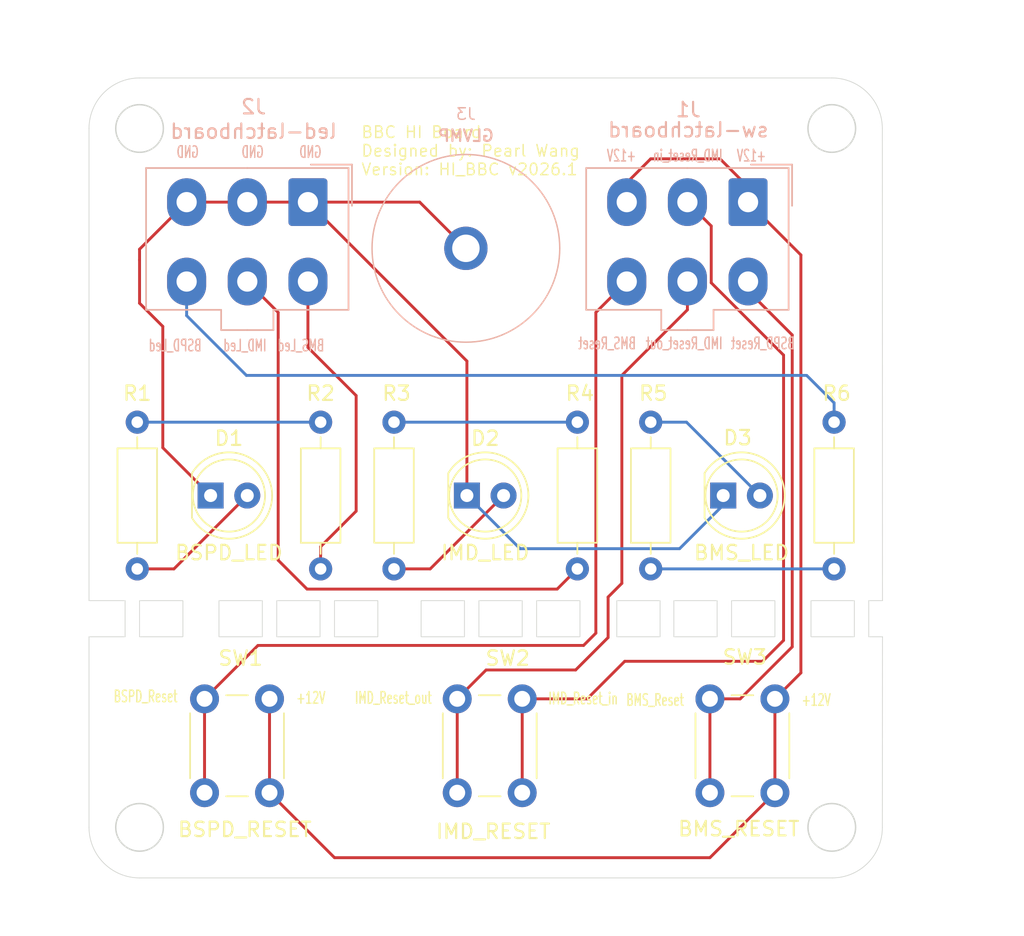
<source format=kicad_pcb>
(kicad_pcb (version 20241229) (generator "pcbnew") (generator_version "9.0")
  (layers (0 "F.Cu" signal) (2 "B.Cu" signal) (13 "F.Paste" user) (15 "B.Paste" user) (5 "F.SilkS" user "F.Silkscreen") (7 "B.SilkS" user "B.Silkscreen") (1 "F.Mask" user) (3 "B.Mask" user) (25 "Edge.Cuts" user))
  (net 0 "")
  (net 1 "Net-(D1-A)")
  (net 2 "Net-(D2-A)")
  (net 3 "Net-(D3-A)")
  (net 4 "Net-(R1-Pad1)")
  (net 5 "BSPD_LED")
  (net 6 "Net-(R3-Pad1)")
  (net 7 "IMD_LED")
  (net 8 "BMS_LED")
  (net 9 "+12V")
  (net 10 "BSPD_RESET")
  (net 11 "BMS_RESET")
  (net 12 "Net-(J1-Pin_2)")
  (net 13 "IMD_RESET")
  (net 14 "Net-(R5-Pad1)")
  (net 15 "GND")
  (footprint "Resistor_THT:R_Axial_DIN0207_L6.3mm_D2.5mm_P10.16mm_Horizontal" (layer "F.Cu") (at 152.4 127 90)
    (property "Reference" "R5" (at 12.16 0.175 0) (layer "F.SilkS"))
    (property "Value" "220 ohms")
    (fp_line (start 9.12 0) (end 8.35 0) (stroke (width 0.12)) (layer "F.SilkS"))
    (fp_line (start 1.04 0) (end 1.81 0) (stroke (width 0.12)) (layer "F.SilkS"))
    (fp_rect (start 1.81 -1.37) (end 8.35 1.37) (stroke (width 0.12)) (fill no) (layer "F.SilkS"))
    (pad "1" thru_hole circle (at 0 0 90) (size 1.6 1.6) (drill 0.8) (layers "*.Cu" "*.Mask") (net 14 "Net-(R5-Pad1)"))
    (pad "2" thru_hole circle (at 10.16 0 90) (size 1.6 1.6) (drill 0.8) (layers "*.Cu" "*.Mask") (net 3 "Net-(D3-A)"))
  )
  (footprint "Button_Switch_THT:SW_PUSH_6mm" (layer "F.Cu") (at 139 142.5 90)
    (property "Reference" "SW2" (at 9.315029 3.494971 0) (layer "F.SilkS"))
    (property "Value" "IMD_RESET" (at -2.684971 2.494971 0) (layer "F.SilkS"))
    (fp_line (start 5.5 -1) (end 1 -1) (stroke (width 0.12)) (layer "F.SilkS"))
    (fp_line (start -0.25 1.5) (end -0.25 3) (stroke (width 0.12)) (layer "F.SilkS"))
    (fp_line (start 6.75 3) (end 6.75 1.5) (stroke (width 0.12)) (layer "F.SilkS"))
    (fp_line (start 1 5.5) (end 5.5 5.5) (stroke (width 0.12)) (layer "F.SilkS"))
    (pad "1" thru_hole circle (at 0 0 180) (size 2 2) (drill 1.1) (layers "*.Cu" "*.Mask") (net 13 "IMD_RESET"))
    (pad "1" thru_hole circle (at 6.5 0 180) (size 2 2) (drill 1.1) (layers "*.Cu" "*.Mask") (net 13 "IMD_RESET"))
    (pad "2" thru_hole circle (at 0 4.5 180) (size 2 2) (drill 1.1) (layers "*.Cu" "*.Mask") (net 12 "Net-(J1-Pin_2)"))
    (pad "2" thru_hole circle (at 6.5 4.5 180) (size 2 2) (drill 1.1) (layers "*.Cu" "*.Mask") (net 12 "Net-(J1-Pin_2)"))
  )
  (footprint "Resistor_THT:R_Axial_DIN0207_L6.3mm_D2.5mm_P10.16mm_Horizontal" (layer "F.Cu") (at 147.32 127 90)
    (property "Reference" "R4" (at 12.16 0.175 0) (layer "F.SilkS"))
    (property "Value" "220 ohms")
    (fp_line (start 9.12 0) (end 8.35 0) (stroke (width 0.12)) (layer "F.SilkS"))
    (fp_line (start 1.04 0) (end 1.81 0) (stroke (width 0.12)) (layer "F.SilkS"))
    (fp_rect (start 1.81 -1.37) (end 8.35 1.37) (stroke (width 0.12)) (fill no) (layer "F.SilkS"))
    (pad "1" thru_hole circle (at 0 0 90) (size 1.6 1.6) (drill 0.8) (layers "*.Cu" "*.Mask") (net 7 "IMD_LED"))
    (pad "2" thru_hole circle (at 10.16 0 90) (size 1.6 1.6) (drill 0.8) (layers "*.Cu" "*.Mask") (net 6 "Net-(R3-Pad1)"))
  )
  (footprint "Resistor_THT:R_Axial_DIN0207_L6.3mm_D2.5mm_P10.16mm_Horizontal" (layer "F.Cu") (at 116.84 116.84 -90)
    (property "Reference" "R1" (at -2 0 0) (layer "F.SilkS"))
    (property "Value" "220 ohms")
    (fp_line (start 1.04 0) (end 1.81 0) (stroke (width 0.12)) (layer "F.SilkS"))
    (fp_line (start 9.12 0) (end 8.35 0) (stroke (width 0.12)) (layer "F.SilkS"))
    (fp_rect (start 1.81 -1.37) (end 8.35 1.37) (stroke (width 0.12)) (fill no) (layer "F.SilkS"))
    (pad "1" thru_hole circle (at 0 0 270) (size 1.6 1.6) (drill 0.8) (layers "*.Cu" "*.Mask") (net 4 "Net-(R1-Pad1)"))
    (pad "2" thru_hole circle (at 10.16 0 270) (size 1.6 1.6) (drill 0.8) (layers "*.Cu" "*.Mask") (net 1 "Net-(D1-A)"))
  )
  (footprint "Button_Switch_THT:SW_PUSH_6mm" (layer "F.Cu") (at 121.5 142.5 90)
    (property "Reference" "SW1" (at 9.315029 2.494971 0) (layer "F.SilkS"))
    (property "Value" "BSPD_RESET" (at -2.55 2.79 0) (layer "F.SilkS"))
    (fp_line (start 5.5 -1) (end 1 -1) (stroke (width 0.12)) (layer "F.SilkS"))
    (fp_line (start -0.25 1.5) (end -0.25 3) (stroke (width 0.12)) (layer "F.SilkS"))
    (fp_line (start 6.75 3) (end 6.75 1.5) (stroke (width 0.12)) (layer "F.SilkS"))
    (fp_line (start 1 5.5) (end 5.5 5.5) (stroke (width 0.12)) (layer "F.SilkS"))
    (pad "1" thru_hole circle (at 0 0 180) (size 2 2) (drill 1.1) (layers "*.Cu" "*.Mask") (net 10 "BSPD_RESET"))
    (pad "1" thru_hole circle (at 6.5 0 180) (size 2 2) (drill 1.1) (layers "*.Cu" "*.Mask") (net 10 "BSPD_RESET"))
    (pad "2" thru_hole circle (at 0 4.5 180) (size 2 2) (drill 1.1) (layers "*.Cu" "*.Mask") (net 9 "+12V"))
    (pad "2" thru_hole circle (at 6.5 4.5 180) (size 2 2) (drill 1.1) (layers "*.Cu" "*.Mask") (net 9 "+12V"))
  )
  (footprint "Resistor_THT:R_Axial_DIN0207_L6.3mm_D2.5mm_P10.16mm_Horizontal" (layer "F.Cu") (at 129.54 127 90)
    (property "Reference" "R2" (at 12.16 0 0) (layer "F.SilkS"))
    (property "Value" "220 ohms")
    (fp_line (start 9.12 0) (end 8.35 0) (stroke (width 0.12)) (layer "F.SilkS"))
    (fp_line (start 1.04 0) (end 1.81 0) (stroke (width 0.12)) (layer "F.SilkS"))
    (fp_rect (start 1.81 -1.37) (end 8.35 1.37) (stroke (width 0.12)) (fill no) (layer "F.SilkS"))
    (pad "1" thru_hole circle (at 0 0 90) (size 1.6 1.6) (drill 0.8) (layers "*.Cu" "*.Mask") (net 5 "BSPD_LED"))
    (pad "2" thru_hole circle (at 10.16 0 90) (size 1.6 1.6) (drill 0.8) (layers "*.Cu" "*.Mask") (net 4 "Net-(R1-Pad1)"))
  )
  (footprint "LED_THT:LED_D5.0mm" (layer "F.Cu") (at 139.67 121.92)
    (property "Reference" "D2" (at 1.27 -3.96 0) (layer "F.SilkS"))
    (property "Value" "IMD_LED" (at 1.27 3.96 0) (layer "F.SilkS"))
    (fp_line (start -1.29 -1.545) (end -1.29 1.545) (stroke (width 0.12)) (layer "F.SilkS"))
    (fp_arc (start -1.29 -1.54483) (mid 2.071779 -2.880495) (end 4.26 0) (stroke (width 0.12)) (layer "F.SilkS"))
    (fp_arc (start 4.26 0) (mid 2.071779 2.880495) (end -1.29 1.54483) (stroke (width 0.12)) (layer "F.SilkS"))
    (fp_circle (center 1.27 0) (end 3.77 0) (stroke (width 0.12)) (fill no) (layer "F.SilkS"))
    (pad "1" thru_hole rect (at 0 0) (size 1.8 1.8) (drill 0.9) (layers "*.Cu" "*.Mask") (net 15 "GND"))
    (pad "2" thru_hole circle (at 2.54 0) (size 1.8 1.8) (drill 0.9) (layers "*.Cu" "*.Mask") (net 2 "Net-(D2-A)"))
  )
  (footprint "Resistor_THT:R_Axial_DIN0207_L6.3mm_D2.5mm_P10.16mm_Horizontal" (layer "F.Cu") (at 165.1 116.84 -90)
    (property "Reference" "R6" (at -2 -0.175 0) (layer "F.SilkS"))
    (property "Value" "220 ohms")
    (fp_line (start 1.04 0) (end 1.81 0) (stroke (width 0.12)) (layer "F.SilkS"))
    (fp_line (start 9.12 0) (end 8.35 0) (stroke (width 0.12)) (layer "F.SilkS"))
    (fp_rect (start 1.81 -1.37) (end 8.35 1.37) (stroke (width 0.12)) (fill no) (layer "F.SilkS"))
    (pad "1" thru_hole circle (at 0 0 270) (size 1.6 1.6) (drill 0.8) (layers "*.Cu" "*.Mask") (net 8 "BMS_LED"))
    (pad "2" thru_hole circle (at 10.16 0 270) (size 1.6 1.6) (drill 0.8) (layers "*.Cu" "*.Mask") (net 14 "Net-(R5-Pad1)"))
  )
  (footprint "Button_Switch_THT:SW_PUSH_6mm" (layer "F.Cu") (at 156.5 142.5 90)
    (property "Reference" "SW3" (at 9.393712 2.416288 0) (layer "F.SilkS"))
    (property "Value" "BMS_RESET" (at -2.5 2 0) (layer "F.SilkS"))
    (fp_line (start 5.5 -1) (end 1 -1) (stroke (width 0.12)) (layer "F.SilkS"))
    (fp_line (start -0.25 1.5) (end -0.25 3) (stroke (width 0.12)) (layer "F.SilkS"))
    (fp_line (start 6.75 3) (end 6.75 1.5) (stroke (width 0.12)) (layer "F.SilkS"))
    (fp_line (start 1 5.5) (end 5.5 5.5) (stroke (width 0.12)) (layer "F.SilkS"))
    (pad "1" thru_hole circle (at 0 0 180) (size 2 2) (drill 1.1) (layers "*.Cu" "*.Mask") (net 11 "BMS_RESET"))
    (pad "1" thru_hole circle (at 6.5 0 180) (size 2 2) (drill 1.1) (layers "*.Cu" "*.Mask") (net 11 "BMS_RESET"))
    (pad "2" thru_hole circle (at 0 4.5 180) (size 2 2) (drill 1.1) (layers "*.Cu" "*.Mask") (net 9 "+12V"))
    (pad "2" thru_hole circle (at 6.5 4.5 180) (size 2 2) (drill 1.1) (layers "*.Cu" "*.Mask") (net 9 "+12V"))
  )
  (footprint "LED_THT:LED_D5.0mm" (layer "F.Cu") (at 157.42 121.92)
    (property "Reference" "D3" (at 1 -4 0) (layer "F.SilkS"))
    (property "Value" "BMS_LED" (at 1.27 3.96 0) (layer "F.SilkS"))
    (fp_line (start -1.29 -1.545) (end -1.29 1.545) (stroke (width 0.12)) (layer "F.SilkS"))
    (fp_arc (start -1.29 -1.54483) (mid 2.071779 -2.880495) (end 4.26 0) (stroke (width 0.12)) (layer "F.SilkS"))
    (fp_arc (start 4.26 0) (mid 2.071779 2.880495) (end -1.29 1.54483) (stroke (width 0.12)) (layer "F.SilkS"))
    (fp_circle (center 1.27 0) (end 3.77 0) (stroke (width 0.12)) (fill no) (layer "F.SilkS"))
    (pad "1" thru_hole rect (at 0 0) (size 1.8 1.8) (drill 0.9) (layers "*.Cu" "*.Mask") (net 15 "GND"))
    (pad "2" thru_hole circle (at 2.54 0) (size 1.8 1.8) (drill 0.9) (layers "*.Cu" "*.Mask") (net 3 "Net-(D3-A)"))
  )
  (footprint "LED_THT:LED_D5.0mm" (layer "F.Cu") (at 121.92 121.92)
    (property "Reference" "D1" (at 1.27 -3.96 0) (layer "F.SilkS"))
    (property "Value" "BSPD_LED" (at 1.27 3.96 0) (layer "F.SilkS"))
    (fp_line (start -1.29 -1.545) (end -1.29 1.545) (stroke (width 0.12)) (layer "F.SilkS"))
    (fp_arc (start -1.29 -1.54483) (mid 2.071779 -2.880495) (end 4.26 0) (stroke (width 0.12)) (layer "F.SilkS"))
    (fp_arc (start 4.26 0) (mid 2.071779 2.880495) (end -1.29 1.54483) (stroke (width 0.12)) (layer "F.SilkS"))
    (fp_circle (center 1.27 0) (end 3.77 0) (stroke (width 0.12)) (fill no) (layer "F.SilkS"))
    (pad "1" thru_hole rect (at 0 0) (size 1.8 1.8) (drill 0.9) (layers "*.Cu" "*.Mask") (net 15 "GND"))
    (pad "2" thru_hole circle (at 2.54 0) (size 1.8 1.8) (drill 0.9) (layers "*.Cu" "*.Mask") (net 1 "Net-(D1-A)"))
  )
  (footprint "Resistor_THT:R_Axial_DIN0207_L6.3mm_D2.5mm_P10.16mm_Horizontal" (layer "F.Cu") (at 134.62 116.84 -90)
    (property "Reference" "R3" (at -2 -0.175 0) (layer "F.SilkS"))
    (property "Value" "220 ohms")
    (fp_line (start 1.04 0) (end 1.81 0) (stroke (width 0.12)) (layer "F.SilkS"))
    (fp_line (start 9.12 0) (end 8.35 0) (stroke (width 0.12)) (layer "F.SilkS"))
    (fp_rect (start 1.81 -1.37) (end 8.35 1.37) (stroke (width 0.12)) (fill no) (layer "F.SilkS"))
    (pad "1" thru_hole circle (at 0 0 270) (size 1.6 1.6) (drill 0.8) (layers "*.Cu" "*.Mask") (net 6 "Net-(R3-Pad1)"))
    (pad "2" thru_hole circle (at 10.16 0 270) (size 1.6 1.6) (drill 0.8) (layers "*.Cu" "*.Mask") (net 2 "Net-(D2-A)"))
  )
  (footprint "GLVMP_Banana_Jack:GLVMP_Banana_Jack" (layer "B.Cu") (at 139.6 104.8 180)
    (property "Reference" "J3" (at 0 9.3 0) (layer "B.SilkS") (effects (font (size 0.8 0.8) (thickness 0.1)) (justify mirror)))
    (property "Value" "GLVMP" (at 0 7.8 0) (layer "B.SilkS") (effects (font (size 0.8 0.8)) (justify mirror)))
    (fp_circle (center 0 0) (end 6.5 0) (stroke (width 0.1)) (fill no) (layer "B.SilkS"))
    (pad "1" thru_hole circle (at 0 0 180) (size 3 3) (drill 1.9) (layers "*.Cu" "*.Mask") (net 15 "GND"))
  )
  (footprint "Connector_Molex:Molex_Mini-Fit_Jr_5566-06A_2x03_P4.20mm_Vertical" (layer "B.Cu") (at 159.14 101.6 180)
    (property "Reference" "J1" (at 4.14 6.4 0) (layer "B.SilkS") (effects (justify mirror)))
    (property "Value" "sw-latchboard" (at 4.14 5 0) (layer "B.SilkS") (effects (justify mirror)))
    (fp_line (start 11.21 2.36) (end 11.21 -7.46) (stroke (width 0.12)) (layer "B.SilkS"))
    (fp_line (start 11.21 -7.46) (end 6.01 -7.46) (stroke (width 0.12)) (layer "B.SilkS"))
    (fp_line (start 6.01 -7.46) (end 6.01 -8.86) (stroke (width 0.12)) (layer "B.SilkS"))
    (fp_line (start 6.01 -8.86) (end 4.2 -8.86) (stroke (width 0.12)) (layer "B.SilkS"))
    (fp_line (start 4.2 2.36) (end 11.21 2.36) (stroke (width 0.12)) (layer "B.SilkS"))
    (fp_line (start 4.2 2.36) (end -2.81 2.36) (stroke (width 0.12)) (layer "B.SilkS"))
    (fp_line (start 2.39 -7.46) (end 2.39 -8.86) (stroke (width 0.12)) (layer "B.SilkS"))
    (fp_line (start 2.39 -8.86) (end 4.2 -8.86) (stroke (width 0.12)) (layer "B.SilkS"))
    (fp_line (start -0.2 2.6) (end -3.05 2.6) (stroke (width 0.12)) (layer "B.SilkS"))
    (fp_line (start -2.81 2.36) (end -2.81 -7.46) (stroke (width 0.12)) (layer "B.SilkS"))
    (fp_line (start -2.81 -7.46) (end 2.39 -7.46) (stroke (width 0.12)) (layer "B.SilkS"))
    (fp_line (start -3.05 2.6) (end -3.05 -0.25) (stroke (width 0.12)) (layer "B.SilkS"))
    (pad "1" thru_hole roundrect (at 0 0 180) (size 2.7 3.3) (drill 1.4) (layers "*.Cu" "*.Mask") (roundrect_rratio 0.092593) (net 9 "+12V"))
    (pad "2" thru_hole oval (at 4.2 0 180) (size 2.7 3.3) (drill 1.4) (layers "*.Cu" "*.Mask") (net 12 "Net-(J1-Pin_2)"))
    (pad "3" thru_hole oval (at 8.4 0 180) (size 2.7 3.3) (drill 1.4) (layers "*.Cu" "*.Mask") (net 9 "+12V"))
    (pad "4" thru_hole oval (at 0 -5.5 180) (size 2.7 3.3) (drill 1.4) (layers "*.Cu" "*.Mask") (net 11 "BMS_RESET"))
    (pad "5" thru_hole oval (at 4.2 -5.5 180) (size 2.7 3.3) (drill 1.4) (layers "*.Cu" "*.Mask") (net 13 "IMD_RESET"))
    (pad "6" thru_hole oval (at 8.4 -5.5 180) (size 2.7 3.3) (drill 1.4) (layers "*.Cu" "*.Mask") (net 10 "BSPD_RESET"))
  )
  (footprint "Connector_Molex:Molex_Mini-Fit_Jr_5566-06A_2x03_P4.20mm_Vertical" (layer "B.Cu") (at 128.66 101.6 180)
    (property "Reference" "J2" (at 3.76 6.6 0) (layer "B.SilkS") (effects (justify mirror)))
    (property "Value" "led-latchboard" (at 3.76 4.9 0) (layer "B.SilkS") (effects (justify mirror)))
    (fp_line (start 11.21 2.36) (end 11.21 -7.46) (stroke (width 0.12)) (layer "B.SilkS"))
    (fp_line (start 11.21 -7.46) (end 6.01 -7.46) (stroke (width 0.12)) (layer "B.SilkS"))
    (fp_line (start 6.01 -7.46) (end 6.01 -8.86) (stroke (width 0.12)) (layer "B.SilkS"))
    (fp_line (start 6.01 -8.86) (end 4.2 -8.86) (stroke (width 0.12)) (layer "B.SilkS"))
    (fp_line (start 4.2 2.36) (end 11.21 2.36) (stroke (width 0.12)) (layer "B.SilkS"))
    (fp_line (start 4.2 2.36) (end -2.81 2.36) (stroke (width 0.12)) (layer "B.SilkS"))
    (fp_line (start 2.39 -7.46) (end 2.39 -8.86) (stroke (width 0.12)) (layer "B.SilkS"))
    (fp_line (start 2.39 -8.86) (end 4.2 -8.86) (stroke (width 0.12)) (layer "B.SilkS"))
    (fp_line (start -0.2 2.6) (end -3.05 2.6) (stroke (width 0.12)) (layer "B.SilkS"))
    (fp_line (start -2.81 2.36) (end -2.81 -7.46) (stroke (width 0.12)) (layer "B.SilkS"))
    (fp_line (start -2.81 -7.46) (end 2.39 -7.46) (stroke (width 0.12)) (layer "B.SilkS"))
    (fp_line (start -3.05 2.6) (end -3.05 -0.25) (stroke (width 0.12)) (layer "B.SilkS"))
    (pad "1" thru_hole roundrect (at 0 0 180) (size 2.7 3.3) (drill 1.4) (layers "*.Cu" "*.Mask") (roundrect_rratio 0.092593) (net 15 "GND"))
    (pad "2" thru_hole oval (at 4.2 0 180) (size 2.7 3.3) (drill 1.4) (layers "*.Cu" "*.Mask") (net 15 "GND"))
    (pad "3" thru_hole oval (at 8.4 0 180) (size 2.7 3.3) (drill 1.4) (layers "*.Cu" "*.Mask") (net 15 "GND"))
    (pad "4" thru_hole oval (at 0 -5.5 180) (size 2.7 3.3) (drill 1.4) (layers "*.Cu" "*.Mask") (net 5 "BSPD_LED"))
    (pad "5" thru_hole oval (at 4.2 -5.5 180) (size 2.7 3.3) (drill 1.4) (layers "*.Cu" "*.Mask") (net 7 "IMD_LED"))
    (pad "6" thru_hole oval (at 8.4 -5.5 180) (size 2.7 3.3) (drill 1.4) (layers "*.Cu" "*.Mask") (net 8 "BMS_LED"))
  )
  (gr_rect (start 140.5 129.2) (end 143.5 131.7) (stroke (width 0.05)) (fill no) (layer "Edge.Cuts"))
  (gr_rect (start 158 129.2) (end 161 131.7) (stroke (width 0.05)) (fill no) (layer "Edge.Cuts"))
  (gr_rect (start 122.5 129.2) (end 125.5 131.7) (stroke (width 0.05)) (fill no) (layer "Edge.Cuts"))
  (gr_rect (start 154 129.2) (end 157 131.7) (stroke (width 0.05)) (fill no) (layer "Edge.Cuts"))
  (gr_rect (start 136.5 129.2) (end 139.5 131.7) (stroke (width 0.05)) (fill no) (layer "Edge.Cuts"))
  (gr_circle (center 117 96.5) (end 118.65 96.5) (stroke (width 0.1)) (fill no) (layer "Edge.Cuts"))
  (gr_line (start 117 93) (end 164.94 93) (stroke (width 0.05)) (layer "Edge.Cuts"))
  (gr_line (start 113.5 131.7) (end 116 131.7) (stroke (width 0.05)) (layer "Edge.Cuts"))
  (gr_line (start 113.5 129.2) (end 113.5 96.5) (stroke (width 0.05)) (layer "Edge.Cuts"))
  (gr_rect (start 150.05 129.2) (end 153.05 131.7) (stroke (width 0.05)) (fill no) (layer "Edge.Cuts"))
  (gr_arc (start 168.44 144.9) (mid 167.44 147.364466) (end 164.990252 148.4) (stroke (width 0.05)) (layer "Edge.Cuts"))
  (gr_line (start 168.450765 131.7) (end 168.44 144.9) (stroke (width 0.05)) (layer "Edge.Cuts"))
  (gr_line (start 167.5 129.2) (end 167.5 131.7) (stroke (width 0.05)) (layer "Edge.Cuts"))
  (gr_arc (start 164.94 93) (mid 167.414874 94.025126) (end 168.44 96.5) (stroke (width 0.05)) (layer "Edge.Cuts"))
  (gr_line (start 167.5 131.7) (end 168.45 131.7) (stroke (width 0.05)) (layer "Edge.Cuts"))
  (gr_circle (center 164.94 96.5) (end 166.59 96.5) (stroke (width 0.1)) (fill no) (layer "Edge.Cuts"))
  (gr_rect (start 163.5 129.2) (end 166.5 131.7) (stroke (width 0.05)) (fill no) (layer "Edge.Cuts"))
  (gr_line (start 113.5 131.7) (end 113.5 144.9) (stroke (width 0.05)) (layer "Edge.Cuts"))
  (gr_rect (start 117 129.2) (end 120 131.7) (stroke (width 0.05)) (fill no) (layer "Edge.Cuts"))
  (gr_line (start 116 131.7) (end 116 129.2) (stroke (width 0.05)) (layer "Edge.Cuts"))
  (gr_arc (start 113.5 96.499909) (mid 114.525158 94.025094) (end 117 93) (stroke (width 0.05)) (layer "Edge.Cuts"))
  (gr_circle (center 117 144.9) (end 115.35 144.9) (stroke (width 0.1)) (fill no) (layer "Edge.Cuts"))
  (gr_rect (start 144.5 129.2) (end 147.5 131.7) (stroke (width 0.05)) (fill no) (layer "Edge.Cuts"))
  (gr_line (start 116 129.2) (end 113.5 129.2) (stroke (width 0.05)) (layer "Edge.Cuts"))
  (gr_rect (start 130.5 129.2) (end 133.5 131.7) (stroke (width 0.05)) (fill no) (layer "Edge.Cuts"))
  (gr_circle (center 164.94 144.9) (end 163.29 144.9) (stroke (width 0.1)) (fill no) (layer "Edge.Cuts"))
  (gr_line (start 165 148.4) (end 117 148.4) (stroke (width 0.05)) (layer "Edge.Cuts"))
  (gr_arc (start 117 148.4) (mid 114.525126 147.374874) (end 113.5 144.9) (stroke (width 0.05)) (layer "Edge.Cuts"))
  (gr_line (start 168.45 129.2) (end 167.5 129.2) (stroke (width 0.05)) (layer "Edge.Cuts"))
  (gr_rect (start 126.5 129.2) (end 129.5 131.7) (stroke (width 0.05)) (fill no) (layer "Edge.Cuts"))
  (gr_line (start 168.45 129.2) (end 168.44 96.5) (stroke (width 0.05)) (layer "Edge.Cuts"))
  (gr_text "IMD_Reset_out" (at 131.85 136.4 0) (layer "F.SilkS") (effects (font (size 0.8 0.5) (thickness 0.1)) (justify left bottom)))
  (gr_text "+12V" (at 127.8 136.4 0) (layer "F.SilkS") (effects (font (size 0.8 0.5) (thickness 0.1)) (justify left bottom)))
  (gr_text "BMS_Reset" (at 150.65 136.55 0) (layer "F.SilkS") (effects (font (size 0.8 0.5) (thickness 0.1)) (justify left bottom)))
  (gr_text "+12V" (at 162.8 136.55 0) (layer "F.SilkS") (effects (font (size 0.8 0.5) (thickness 0.1)) (justify left bottom)))
  (gr_text "IMD_Reset_in" (at 145.25 136.45 0) (layer "F.SilkS") (effects (font (size 0.8 0.5) (thickness 0.1)) (justify left bottom)))
  (gr_text "BSPD_Reset" (at 115.15 136.3 0) (layer "F.SilkS") (effects (font (size 0.8 0.5) (thickness 0.1)) (justify left bottom)))
  (gr_text "BBC HI Board\nDesigned by: Pearl Wang\nVersion: HI_BBC v2026.1" (at 132.3 99.8 0) (layer "F.SilkS") (effects (font (size 0.8 0.8) (thickness 0.1)) (justify left bottom)))
  (gr_text "BSPD_Reset" (at 162.435 111.85 0) (layer "B.SilkS") (effects (font (size 0.8 0.5) (thickness 0.1)) (justify left bottom mirror)))
  (gr_text "BMS_Led" (at 129.85 112 0) (layer "B.SilkS") (effects (font (size 0.8 0.5) (thickness 0.1)) (justify left bottom mirror)))
  (gr_text "IMD_Reset_in" (at 157.435 98.85 0) (layer "B.SilkS") (effects (font (size 0.8 0.5) (thickness 0.1)) (justify left bottom mirror)))
  (gr_text "IMD_Reset_out\n" (at 157.435 111.85 0) (layer "B.SilkS") (effects (font (size 0.8 0.5) (thickness 0.1)) (justify left bottom mirror)))
  (gr_text "BMS_Reset" (at 151.435 111.85 0) (layer "B.SilkS") (effects (font (size 0.8 0.5) (thickness 0.1)) (justify left bottom mirror)))
  (gr_text "BSPD_Led" (at 121.35 112 0) (layer "B.SilkS") (effects (font (size 0.8 0.5) (thickness 0.1)) (justify left bottom mirror)))
  (gr_text "+12V" (at 160.435 98.85 0) (layer "B.SilkS") (effects (font (size 0.8 0.5) (thickness 0.1)) (justify left bottom mirror)))
  (gr_text "GND" (at 129.66 98.6 0) (layer "B.SilkS") (effects (font (size 0.8 0.5) (thickness 0.1)) (justify left bottom mirror)))
  (gr_text "GND" (at 121.16 98.6 0) (layer "B.SilkS") (effects (font (size 0.8 0.5) (thickness 0.1)) (justify left bottom mirror)))
  (gr_text "IMD_Led" (at 125.85 112 0) (layer "B.SilkS") (effects (font (size 0.8 0.5) (thickness 0.1)) (justify left bottom mirror)))
  (gr_text "GND" (at 125.66 98.6 0) (layer "B.SilkS") (effects (font (size 0.8 0.5) (thickness 0.1)) (justify left bottom mirror)))
  (gr_text "+12V" (at 151.435 98.85 0) (layer "B.SilkS") (effects (font (size 0.8 0.5) (thickness 0.1)) (justify left bottom mirror)))
  (segment (start 116.84 127) (end 119.38 127) (width 0.2) (layer "F.Cu") (net 1))
  (segment (start 119.38 127) (end 124.46 121.92) (width 0.2) (layer "F.Cu") (net 1))
  (segment (start 134.62 127) (end 137.13 127) (width 0.2) (layer "F.Cu") (net 2))
  (segment (start 137.13 127) (end 142.21 121.92) (width 0.2) (layer "F.Cu") (net 2))
  (segment (start 154.88 116.84) (end 159.96 121.92) (width 0.2) (layer "B.Cu") (net 3))
  (segment (start 152.4 116.84) (end 154.88 116.84) (width 0.2) (layer "B.Cu") (net 3))
  (segment (start 116.84 116.84) (end 129.54 116.84) (width 0.2) (layer "B.Cu") (net 4))
  (segment (start 128.66 107.1) (end 128.66 111.66) (width 0.2) (layer "F.Cu") (net 5))
  (segment (start 132 123) (end 129.54 125.46) (width 0.2) (layer "F.Cu") (net 5))
  (segment (start 128.66 111.66) (end 132 115) (width 0.2) (layer "F.Cu") (net 5))
  (segment (start 132 115) (end 132 123) (width 0.2) (layer "F.Cu") (net 5))
  (segment (start 129.54 125.46) (end 129.54 127) (width 0.2) (layer "F.Cu") (net 5))
  (segment (start 134.62 116.84) (end 147.32 116.84) (width 0.2) (layer "B.Cu") (net 6))
  (segment (start 126.6 109.24) (end 126.6 126.4) (width 0.2) (layer "F.Cu") (net 7))
  (segment (start 145.92 128.4) (end 147.32 127) (width 0.2) (layer "F.Cu") (net 7))
  (segment (start 124.46 107.1) (end 126.6 109.24) (width 0.2) (layer "F.Cu") (net 7))
  (segment (start 126.6 126.4) (end 128.6 128.4) (width 0.2) (layer "F.Cu") (net 7))
  (segment (start 128.6 128.4) (end 145.92 128.4) (width 0.2) (layer "F.Cu") (net 7))
  (segment (start 163.2 113.6) (end 165.1 115.5) (width 0.2) (layer "B.Cu") (net 8))
  (segment (start 124.4 113.6) (end 163.2 113.6) (width 0.2) (layer "B.Cu") (net 8))
  (segment (start 120.26 109.46) (end 124.4 113.6) (width 0.2) (layer "B.Cu") (net 8))
  (segment (start 120.26 107.1) (end 120.26 109.46) (width 0.2) (layer "B.Cu") (net 8))
  (segment (start 165.1 115.5) (end 165.1 116.84) (width 0.2) (layer "B.Cu") (net 8))
  (segment (start 162.8 134.2) (end 162.8 105.26) (width 0.2) (layer "F.Cu") (net 9))
  (segment (start 152.4 98.6) (end 150.74 100.26) (width 0.2) (layer "F.Cu") (net 9))
  (segment (start 161 136) (end 161 142.5) (width 0.2) (layer "F.Cu") (net 9))
  (segment (start 162.8 105.26) (end 159.14 101.6) (width 0.2) (layer "F.Cu") (net 9))
  (segment (start 159.14 101.6) (end 159.14 100.54) (width 0.2) (layer "F.Cu") (net 9))
  (segment (start 156.5 147) (end 161 142.5) (width 0.2) (layer "F.Cu") (net 9))
  (segment (start 157.2 98.6) (end 152.4 98.6) (width 0.2) (layer "F.Cu") (net 9))
  (segment (start 159.14 100.54) (end 157.2 98.6) (width 0.2) (layer "F.Cu") (net 9))
  (segment (start 161 136) (end 162.8 134.2) (width 0.2) (layer "F.Cu") (net 9))
  (segment (start 126 142.5) (end 130.5 147) (width 0.2) (layer "F.Cu") (net 9))
  (segment (start 150.74 100.26) (end 150.74 101.6) (width 0.2) (layer "F.Cu") (net 9))
  (segment (start 126 136) (end 126 142.5) (width 0.2) (layer "F.Cu") (net 9))
  (segment (start 130.5 147) (end 156.5 147) (width 0.2) (layer "F.Cu") (net 9))
  (segment (start 125.199 132.301) (end 147.748942 132.301) (width 0.2) (layer "F.Cu") (net 10))
  (segment (start 121.5 136) (end 125.199 132.301) (width 0.2) (layer "F.Cu") (net 10))
  (segment (start 148.6 131.449942) (end 148.6 109.24) (width 0.2) (layer "F.Cu") (net 10))
  (segment (start 121.5 136) (end 121.5 142.5) (width 0.2) (layer "F.Cu") (net 10))
  (segment (start 148.6 109.24) (end 150.74 107.1) (width 0.2) (layer "F.Cu") (net 10))
  (segment (start 147.748942 132.301) (end 148.6 131.449942) (width 0.2) (layer "F.Cu") (net 10))
  (segment (start 156.5 136) (end 158.6 136) (width 0.2) (layer "F.Cu") (net 11))
  (segment (start 162.2 110.8) (end 159.14 107.74) (width 0.2) (layer "F.Cu") (net 11))
  (segment (start 156.5 136) (end 156.5 142.5) (width 0.2) (layer "F.Cu") (net 11))
  (segment (start 158.6 136) (end 162.2 132.4) (width 0.2) (layer "F.Cu") (net 11))
  (segment (start 159.14 107.74) (end 159.14 107.1) (width 0.2) (layer "F.Cu") (net 11))
  (segment (start 162.2 132.4) (end 162.2 110.8) (width 0.2) (layer "F.Cu") (net 11))
  (segment (start 148 136) (end 150.6 133.4) (width 0.2) (layer "F.Cu") (net 12))
  (segment (start 156.591 103.251) (end 154.94 101.6) (width 0.2) (layer "F.Cu") (net 12))
  (segment (start 161.601 112.195867) (end 156.591 107.185867) (width 0.2) (layer "F.Cu") (net 12))
  (segment (start 156.591 107.185867) (end 156.591 103.251) (width 0.2) (layer "F.Cu") (net 12))
  (segment (start 150.6 133.4) (end 160.149942 133.4) (width 0.2) (layer "F.Cu") (net 12))
  (segment (start 161.601 131.948942) (end 161.601 112.195867) (width 0.2) (layer "F.Cu") (net 12))
  (segment (start 143.5 136) (end 143.5 142.5) (width 0.2) (layer "F.Cu") (net 12))
  (segment (start 160.149942 133.4) (end 161.601 131.948942) (width 0.2) (layer "F.Cu") (net 12))
  (segment (start 143.5 136) (end 148 136) (width 0.2) (layer "F.Cu") (net 12))
  (segment (start 149.449 131.751) (end 149.449 128.951058) (width 0.2) (layer "F.Cu") (net 13))
  (segment (start 154.94 109.06) (end 154.94 107.1) (width 0.2) (layer "F.Cu") (net 13))
  (segment (start 150.4 128.000058) (end 150.4 113.6) (width 0.2) (layer "F.Cu") (net 13))
  (segment (start 141 134) (end 147.2 134) (width 0.2) (layer "F.Cu") (net 13))
  (segment (start 147.2 134) (end 149.449 131.751) (width 0.2) (layer "F.Cu") (net 13))
  (segment (start 149.449 128.951058) (end 150.4 128.000058) (width 0.2) (layer "F.Cu") (net 13))
  (segment (start 139 136) (end 139 142.5) (width 0.2) (layer "F.Cu") (net 13))
  (segment (start 139 136) (end 141 134) (width 0.2) (layer "F.Cu") (net 13))
  (segment (start 150.4 113.6) (end 154.94 109.06) (width 0.2) (layer "F.Cu") (net 13))
  (segment (start 152.4 127) (end 165.1 127) (width 0.2) (layer "B.Cu") (net 14))
  (segment (start 117 105.6) (end 117 108.6) (width 0.2) (layer "F.Cu") (net 15))
  (segment (start 118.609 110.209) (end 118.609 118.609) (width 0.2) (layer "F.Cu") (net 15))
  (segment (start 117 104.86) (end 117 105.6) (width 0.2) (layer "F.Cu") (net 15))
  (segment (start 128.66 101.6) (end 139.67 112.61) (width 0.2) (layer "F.Cu") (net 15))
  (segment (start 120.26 101.6) (end 117 104.86) (width 0.2) (layer "F.Cu") (net 15))
  (segment (start 136.4 101.6) (end 128.66 101.6) (width 0.2) (layer "F.Cu") (net 15))
  (segment (start 124.46 101.6) (end 128.66 101.6) (width 0.2) (layer "F.Cu") (net 15))
  (segment (start 118.609 118.609) (end 121.92 121.92) (width 0.2) (layer "F.Cu") (net 15))
  (segment (start 117 108.6) (end 118.609 110.209) (width 0.2) (layer "F.Cu") (net 15))
  (segment (start 120.26 101.6) (end 124.46 101.6) (width 0.2) (layer "F.Cu") (net 15))
  (segment (start 139.6 104.8) (end 136.4 101.6) (width 0.2) (layer "F.Cu") (net 15))
  (segment (start 139.67 112.61) (end 139.67 121.92) (width 0.2) (layer "F.Cu") (net 15))
  (segment (start 157.42 122.58) (end 154.4 125.6) (width 0.2) (layer "B.Cu") (net 15))
  (segment (start 154.4 125.6) (end 143.35 125.6) (width 0.2) (layer "B.Cu") (net 15))
  (segment (start 143.35 125.6) (end 139.67 121.92) (width 0.2) (layer "B.Cu") (net 15))
  (segment (start 157.42 121.92) (end 157.42 122.58) (width 0.2) (layer "B.Cu") (net 15))
)
</source>
